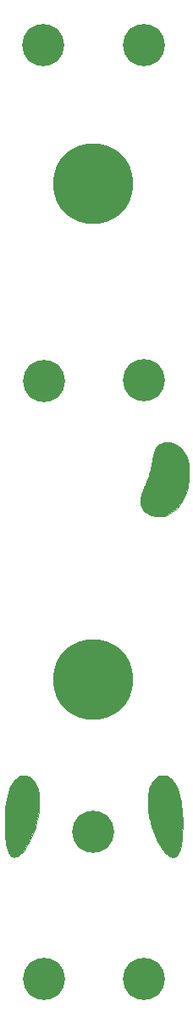
<source format=gbr>
%TF.GenerationSoftware,KiCad,Pcbnew,6.0.11+dfsg-1~bpo11+1*%
%TF.CreationDate,2023-06-07T14:08:47+08:00*%
%TF.ProjectId,MiniSNH v1.0 - Front,4d696e69-534e-4482-9076-312e30202d20,rev?*%
%TF.SameCoordinates,Original*%
%TF.FileFunction,Soldermask,Top*%
%TF.FilePolarity,Negative*%
%FSLAX46Y46*%
G04 Gerber Fmt 4.6, Leading zero omitted, Abs format (unit mm)*
G04 Created by KiCad (PCBNEW 6.0.11+dfsg-1~bpo11+1) date 2023-06-07 14:08:47*
%MOMM*%
%LPD*%
G01*
G04 APERTURE LIST*
%ADD10C,0.010000*%
%ADD11C,4.200000*%
%ADD12C,8.000000*%
G04 APERTURE END LIST*
%TO.C,G\u002A\u002A\u002A*%
G36*
X113312004Y-141306086D02*
G01*
X113507139Y-141375486D01*
X113693514Y-141481769D01*
X113867970Y-141623965D01*
X114027345Y-141801102D01*
X114103843Y-141907650D01*
X114244610Y-142155359D01*
X114360693Y-142437385D01*
X114452068Y-142753639D01*
X114518713Y-143104028D01*
X114560603Y-143488463D01*
X114574374Y-143751167D01*
X114571267Y-144278855D01*
X114528666Y-144815988D01*
X114447383Y-145359077D01*
X114328234Y-145904633D01*
X114172033Y-146449168D01*
X113979593Y-146989193D01*
X113751731Y-147521220D01*
X113640565Y-147751667D01*
X113476624Y-148064379D01*
X113315126Y-148339959D01*
X113152810Y-148583219D01*
X112986413Y-148798975D01*
X112812672Y-148992040D01*
X112772835Y-149032250D01*
X112621016Y-149171336D01*
X112480708Y-149274441D01*
X112346677Y-149344465D01*
X112213686Y-149384308D01*
X112116319Y-149395900D01*
X112000505Y-149394836D01*
X111907932Y-149380182D01*
X111887832Y-149373753D01*
X111768230Y-149310249D01*
X111659084Y-149212357D01*
X111560043Y-149079168D01*
X111470752Y-148909773D01*
X111390858Y-148703262D01*
X111320010Y-148458726D01*
X111257853Y-148175257D01*
X111204035Y-147851945D01*
X111159273Y-147497667D01*
X111148476Y-147372041D01*
X111139301Y-147210722D01*
X111131778Y-147020316D01*
X111125936Y-146807434D01*
X111121802Y-146578683D01*
X111119406Y-146340672D01*
X111118777Y-146100011D01*
X111119943Y-145863308D01*
X111122934Y-145637171D01*
X111127777Y-145428210D01*
X111134503Y-145243033D01*
X111143140Y-145088249D01*
X111148469Y-145021167D01*
X111198437Y-144538642D01*
X111257283Y-144095673D01*
X111325502Y-143690320D01*
X111403594Y-143320643D01*
X111492055Y-142984701D01*
X111591384Y-142680554D01*
X111702077Y-142406264D01*
X111824632Y-142159888D01*
X111925663Y-141990661D01*
X112013165Y-141870349D01*
X112120806Y-141745687D01*
X112239102Y-141626033D01*
X112358572Y-141520746D01*
X112469733Y-141439186D01*
X112507095Y-141416765D01*
X112705656Y-141328910D01*
X112908102Y-141281827D01*
X113111271Y-141274543D01*
X113312004Y-141306086D01*
G37*
D10*
X113312004Y-141306086D02*
X113507139Y-141375486D01*
X113693514Y-141481769D01*
X113867970Y-141623965D01*
X114027345Y-141801102D01*
X114103843Y-141907650D01*
X114244610Y-142155359D01*
X114360693Y-142437385D01*
X114452068Y-142753639D01*
X114518713Y-143104028D01*
X114560603Y-143488463D01*
X114574374Y-143751167D01*
X114571267Y-144278855D01*
X114528666Y-144815988D01*
X114447383Y-145359077D01*
X114328234Y-145904633D01*
X114172033Y-146449168D01*
X113979593Y-146989193D01*
X113751731Y-147521220D01*
X113640565Y-147751667D01*
X113476624Y-148064379D01*
X113315126Y-148339959D01*
X113152810Y-148583219D01*
X112986413Y-148798975D01*
X112812672Y-148992040D01*
X112772835Y-149032250D01*
X112621016Y-149171336D01*
X112480708Y-149274441D01*
X112346677Y-149344465D01*
X112213686Y-149384308D01*
X112116319Y-149395900D01*
X112000505Y-149394836D01*
X111907932Y-149380182D01*
X111887832Y-149373753D01*
X111768230Y-149310249D01*
X111659084Y-149212357D01*
X111560043Y-149079168D01*
X111470752Y-148909773D01*
X111390858Y-148703262D01*
X111320010Y-148458726D01*
X111257853Y-148175257D01*
X111204035Y-147851945D01*
X111159273Y-147497667D01*
X111148476Y-147372041D01*
X111139301Y-147210722D01*
X111131778Y-147020316D01*
X111125936Y-146807434D01*
X111121802Y-146578683D01*
X111119406Y-146340672D01*
X111118777Y-146100011D01*
X111119943Y-145863308D01*
X111122934Y-145637171D01*
X111127777Y-145428210D01*
X111134503Y-145243033D01*
X111143140Y-145088249D01*
X111148469Y-145021167D01*
X111198437Y-144538642D01*
X111257283Y-144095673D01*
X111325502Y-143690320D01*
X111403594Y-143320643D01*
X111492055Y-142984701D01*
X111591384Y-142680554D01*
X111702077Y-142406264D01*
X111824632Y-142159888D01*
X111925663Y-141990661D01*
X112013165Y-141870349D01*
X112120806Y-141745687D01*
X112239102Y-141626033D01*
X112358572Y-141520746D01*
X112469733Y-141439186D01*
X112507095Y-141416765D01*
X112705656Y-141328910D01*
X112908102Y-141281827D01*
X113111271Y-141274543D01*
X113312004Y-141306086D01*
G36*
X127162070Y-141290319D02*
G01*
X127346293Y-141338883D01*
X127521218Y-141422769D01*
X127692166Y-141544387D01*
X127823556Y-141664389D01*
X127992622Y-141855748D01*
X128145953Y-142077831D01*
X128284186Y-142332195D01*
X128407960Y-142620400D01*
X128517915Y-142944004D01*
X128614688Y-143304565D01*
X128698918Y-143703642D01*
X128729319Y-143874871D01*
X128794125Y-144302222D01*
X128843795Y-144730258D01*
X128878893Y-145167361D01*
X128899984Y-145621916D01*
X128907634Y-146102306D01*
X128904936Y-146481667D01*
X128892819Y-146919632D01*
X128870840Y-147318068D01*
X128838742Y-147678671D01*
X128796265Y-148003141D01*
X128743153Y-148293177D01*
X128679146Y-148550478D01*
X128603988Y-148776742D01*
X128530341Y-148947583D01*
X128443806Y-149105665D01*
X128354556Y-149225257D01*
X128257856Y-149310155D01*
X128148970Y-149364152D01*
X128023165Y-149391044D01*
X127972304Y-149394844D01*
X127887900Y-149395715D01*
X127813138Y-149391515D01*
X127765094Y-149383362D01*
X127633122Y-149325002D01*
X127488788Y-149233749D01*
X127338216Y-149114796D01*
X127187530Y-148973335D01*
X127042856Y-148814557D01*
X126938843Y-148683000D01*
X126720845Y-148363276D01*
X126512137Y-148007726D01*
X126315175Y-147622298D01*
X126132416Y-147212944D01*
X125966316Y-146785616D01*
X125819332Y-146346263D01*
X125693921Y-145900836D01*
X125592539Y-145455286D01*
X125580086Y-145391583D01*
X125538751Y-145163868D01*
X125506783Y-144957699D01*
X125483159Y-144761712D01*
X125466854Y-144564543D01*
X125456846Y-144354826D01*
X125452109Y-144121197D01*
X125451372Y-143962833D01*
X125452793Y-143733893D01*
X125457770Y-143538483D01*
X125467234Y-143367883D01*
X125482115Y-143213370D01*
X125503344Y-143066224D01*
X125531852Y-142917724D01*
X125568570Y-142759147D01*
X125588072Y-142681970D01*
X125676036Y-142397973D01*
X125785458Y-142141791D01*
X125914615Y-141915189D01*
X126061782Y-141719931D01*
X126225236Y-141557781D01*
X126403252Y-141430504D01*
X126594107Y-141339863D01*
X126796076Y-141287624D01*
X126963228Y-141274667D01*
X127162070Y-141290319D01*
G37*
X127162070Y-141290319D02*
X127346293Y-141338883D01*
X127521218Y-141422769D01*
X127692166Y-141544387D01*
X127823556Y-141664389D01*
X127992622Y-141855748D01*
X128145953Y-142077831D01*
X128284186Y-142332195D01*
X128407960Y-142620400D01*
X128517915Y-142944004D01*
X128614688Y-143304565D01*
X128698918Y-143703642D01*
X128729319Y-143874871D01*
X128794125Y-144302222D01*
X128843795Y-144730258D01*
X128878893Y-145167361D01*
X128899984Y-145621916D01*
X128907634Y-146102306D01*
X128904936Y-146481667D01*
X128892819Y-146919632D01*
X128870840Y-147318068D01*
X128838742Y-147678671D01*
X128796265Y-148003141D01*
X128743153Y-148293177D01*
X128679146Y-148550478D01*
X128603988Y-148776742D01*
X128530341Y-148947583D01*
X128443806Y-149105665D01*
X128354556Y-149225257D01*
X128257856Y-149310155D01*
X128148970Y-149364152D01*
X128023165Y-149391044D01*
X127972304Y-149394844D01*
X127887900Y-149395715D01*
X127813138Y-149391515D01*
X127765094Y-149383362D01*
X127633122Y-149325002D01*
X127488788Y-149233749D01*
X127338216Y-149114796D01*
X127187530Y-148973335D01*
X127042856Y-148814557D01*
X126938843Y-148683000D01*
X126720845Y-148363276D01*
X126512137Y-148007726D01*
X126315175Y-147622298D01*
X126132416Y-147212944D01*
X125966316Y-146785616D01*
X125819332Y-146346263D01*
X125693921Y-145900836D01*
X125592539Y-145455286D01*
X125580086Y-145391583D01*
X125538751Y-145163868D01*
X125506783Y-144957699D01*
X125483159Y-144761712D01*
X125466854Y-144564543D01*
X125456846Y-144354826D01*
X125452109Y-144121197D01*
X125451372Y-143962833D01*
X125452793Y-143733893D01*
X125457770Y-143538483D01*
X125467234Y-143367883D01*
X125482115Y-143213370D01*
X125503344Y-143066224D01*
X125531852Y-142917724D01*
X125568570Y-142759147D01*
X125588072Y-142681970D01*
X125676036Y-142397973D01*
X125785458Y-142141791D01*
X125914615Y-141915189D01*
X126061782Y-141719931D01*
X126225236Y-141557781D01*
X126403252Y-141430504D01*
X126594107Y-141339863D01*
X126796076Y-141287624D01*
X126963228Y-141274667D01*
X127162070Y-141290319D01*
G36*
X127468892Y-108116091D02*
G01*
X127705400Y-108146298D01*
X127939375Y-108200630D01*
X128159659Y-108277500D01*
X128217763Y-108303030D01*
X128468501Y-108441201D01*
X128693000Y-108611968D01*
X128891343Y-108815475D01*
X129063613Y-109051867D01*
X129209892Y-109321289D01*
X129330262Y-109623887D01*
X129424804Y-109959804D01*
X129493602Y-110329187D01*
X129526776Y-110610881D01*
X129537529Y-110774670D01*
X129543094Y-110967652D01*
X129543748Y-111179431D01*
X129539769Y-111399609D01*
X129531436Y-111617789D01*
X129519027Y-111823573D01*
X129502820Y-112006565D01*
X129485906Y-112138750D01*
X129421897Y-112498488D01*
X129345463Y-112826248D01*
X129254119Y-113131200D01*
X129145384Y-113422515D01*
X129125426Y-113470315D01*
X128962225Y-113814510D01*
X128776678Y-114131662D01*
X128570772Y-114420141D01*
X128346493Y-114678317D01*
X128105827Y-114904561D01*
X127850762Y-115097243D01*
X127583284Y-115254733D01*
X127305379Y-115375402D01*
X127019035Y-115457620D01*
X126726237Y-115499757D01*
X126646334Y-115504050D01*
X126531646Y-115505774D01*
X126416195Y-115503732D01*
X126315998Y-115498386D01*
X126264385Y-115493048D01*
X126119556Y-115465715D01*
X125955899Y-115423516D01*
X125791768Y-115371824D01*
X125645517Y-115316012D01*
X125617619Y-115303738D01*
X125429201Y-115203165D01*
X125249260Y-115078479D01*
X125086356Y-114937047D01*
X124949044Y-114786238D01*
X124852302Y-114644885D01*
X124779118Y-114501326D01*
X124730411Y-114365139D01*
X124702401Y-114221516D01*
X124691308Y-114055647D01*
X124690748Y-114012000D01*
X124692869Y-113896740D01*
X124701241Y-113783905D01*
X124717171Y-113669134D01*
X124741968Y-113548067D01*
X124776938Y-113416345D01*
X124823390Y-113269609D01*
X124882631Y-113103499D01*
X124955968Y-112913655D01*
X125044708Y-112695718D01*
X125150161Y-112445328D01*
X125185243Y-112363248D01*
X125294052Y-112106635D01*
X125387266Y-111879374D01*
X125467074Y-111674024D01*
X125535662Y-111483142D01*
X125595216Y-111299288D01*
X125647923Y-111115019D01*
X125695971Y-110922893D01*
X125741546Y-110715469D01*
X125786834Y-110485304D01*
X125834022Y-110224958D01*
X125863479Y-110055126D01*
X125893207Y-109885185D01*
X125923626Y-109717572D01*
X125953251Y-109560020D01*
X125980598Y-109420262D01*
X126004181Y-109306031D01*
X126022517Y-109225057D01*
X126024016Y-109219043D01*
X126106079Y-108957565D01*
X126211501Y-108731339D01*
X126340409Y-108540229D01*
X126492931Y-108384097D01*
X126669193Y-108262808D01*
X126869324Y-108176225D01*
X127032912Y-108134406D01*
X127241010Y-108111598D01*
X127468892Y-108116091D01*
G37*
X127468892Y-108116091D02*
X127705400Y-108146298D01*
X127939375Y-108200630D01*
X128159659Y-108277500D01*
X128217763Y-108303030D01*
X128468501Y-108441201D01*
X128693000Y-108611968D01*
X128891343Y-108815475D01*
X129063613Y-109051867D01*
X129209892Y-109321289D01*
X129330262Y-109623887D01*
X129424804Y-109959804D01*
X129493602Y-110329187D01*
X129526776Y-110610881D01*
X129537529Y-110774670D01*
X129543094Y-110967652D01*
X129543748Y-111179431D01*
X129539769Y-111399609D01*
X129531436Y-111617789D01*
X129519027Y-111823573D01*
X129502820Y-112006565D01*
X129485906Y-112138750D01*
X129421897Y-112498488D01*
X129345463Y-112826248D01*
X129254119Y-113131200D01*
X129145384Y-113422515D01*
X129125426Y-113470315D01*
X128962225Y-113814510D01*
X128776678Y-114131662D01*
X128570772Y-114420141D01*
X128346493Y-114678317D01*
X128105827Y-114904561D01*
X127850762Y-115097243D01*
X127583284Y-115254733D01*
X127305379Y-115375402D01*
X127019035Y-115457620D01*
X126726237Y-115499757D01*
X126646334Y-115504050D01*
X126531646Y-115505774D01*
X126416195Y-115503732D01*
X126315998Y-115498386D01*
X126264385Y-115493048D01*
X126119556Y-115465715D01*
X125955899Y-115423516D01*
X125791768Y-115371824D01*
X125645517Y-115316012D01*
X125617619Y-115303738D01*
X125429201Y-115203165D01*
X125249260Y-115078479D01*
X125086356Y-114937047D01*
X124949044Y-114786238D01*
X124852302Y-114644885D01*
X124779118Y-114501326D01*
X124730411Y-114365139D01*
X124702401Y-114221516D01*
X124691308Y-114055647D01*
X124690748Y-114012000D01*
X124692869Y-113896740D01*
X124701241Y-113783905D01*
X124717171Y-113669134D01*
X124741968Y-113548067D01*
X124776938Y-113416345D01*
X124823390Y-113269609D01*
X124882631Y-113103499D01*
X124955968Y-112913655D01*
X125044708Y-112695718D01*
X125150161Y-112445328D01*
X125185243Y-112363248D01*
X125294052Y-112106635D01*
X125387266Y-111879374D01*
X125467074Y-111674024D01*
X125535662Y-111483142D01*
X125595216Y-111299288D01*
X125647923Y-111115019D01*
X125695971Y-110922893D01*
X125741546Y-110715469D01*
X125786834Y-110485304D01*
X125834022Y-110224958D01*
X125863479Y-110055126D01*
X125893207Y-109885185D01*
X125923626Y-109717572D01*
X125953251Y-109560020D01*
X125980598Y-109420262D01*
X126004181Y-109306031D01*
X126022517Y-109225057D01*
X126024016Y-109219043D01*
X126106079Y-108957565D01*
X126211501Y-108731339D01*
X126340409Y-108540229D01*
X126492931Y-108384097D01*
X126669193Y-108262808D01*
X126869324Y-108176225D01*
X127032912Y-108134406D01*
X127241010Y-108111598D01*
X127468892Y-108116091D01*
%TD*%
D11*
%TO.C,*%
X114974998Y-68613020D03*
%TD*%
%TO.C,*%
X115025064Y-161499910D03*
%TD*%
%TO.C,*%
X115025065Y-101999905D03*
%TD*%
%TO.C,*%
X119999999Y-146882027D03*
%TD*%
D12*
%TO.C,*%
X120000000Y-131700000D03*
%TD*%
D11*
%TO.C,*%
X125024997Y-68613022D03*
%TD*%
%TO.C,*%
X125024997Y-101920315D03*
%TD*%
%TO.C,*%
X125024999Y-161499910D03*
%TD*%
D12*
%TO.C,*%
X120000000Y-82400000D03*
%TD*%
M02*

</source>
